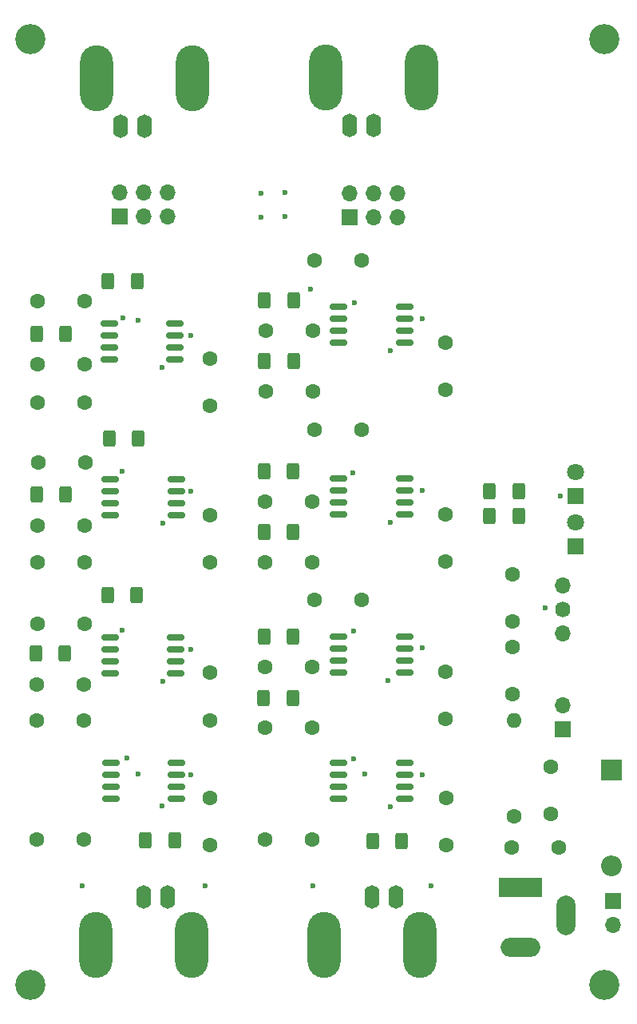
<source format=gts>
G04 #@! TF.GenerationSoftware,KiCad,Pcbnew,8.0.3*
G04 #@! TF.CreationDate,2025-08-16T11:06:09+02:00*
G04 #@! TF.ProjectId,Pomiar_Filtrow_PCB,506f6d69-6172-45f4-9669-6c74726f775f,rev?*
G04 #@! TF.SameCoordinates,Original*
G04 #@! TF.FileFunction,Soldermask,Top*
G04 #@! TF.FilePolarity,Negative*
%FSLAX46Y46*%
G04 Gerber Fmt 4.6, Leading zero omitted, Abs format (unit mm)*
G04 Created by KiCad (PCBNEW 8.0.3) date 2025-08-16 11:06:09*
%MOMM*%
%LPD*%
G01*
G04 APERTURE LIST*
G04 Aperture macros list*
%AMRoundRect*
0 Rectangle with rounded corners*
0 $1 Rounding radius*
0 $2 $3 $4 $5 $6 $7 $8 $9 X,Y pos of 4 corners*
0 Add a 4 corners polygon primitive as box body*
4,1,4,$2,$3,$4,$5,$6,$7,$8,$9,$2,$3,0*
0 Add four circle primitives for the rounded corners*
1,1,$1+$1,$2,$3*
1,1,$1+$1,$4,$5*
1,1,$1+$1,$6,$7*
1,1,$1+$1,$8,$9*
0 Add four rect primitives between the rounded corners*
20,1,$1+$1,$2,$3,$4,$5,0*
20,1,$1+$1,$4,$5,$6,$7,0*
20,1,$1+$1,$6,$7,$8,$9,0*
20,1,$1+$1,$8,$9,$2,$3,0*%
G04 Aperture macros list end*
%ADD10R,2.200000X2.200000*%
%ADD11O,2.200000X2.200000*%
%ADD12RoundRect,0.150000X-0.800000X-0.150000X0.800000X-0.150000X0.800000X0.150000X-0.800000X0.150000X0*%
%ADD13C,1.600000*%
%ADD14O,1.600000X1.600000*%
%ADD15RoundRect,0.250000X-0.400000X-0.625000X0.400000X-0.625000X0.400000X0.625000X-0.400000X0.625000X0*%
%ADD16RoundRect,0.250000X0.400000X0.625000X-0.400000X0.625000X-0.400000X-0.625000X0.400000X-0.625000X0*%
%ADD17R,1.700000X1.700000*%
%ADD18O,1.700000X1.700000*%
%ADD19O,1.600000X2.500000*%
%ADD20O,3.500000X7.000000*%
%ADD21C,3.200000*%
%ADD22R,1.800000X1.800000*%
%ADD23C,1.800000*%
%ADD24O,1.600000X1.700000*%
%ADD25R,4.600000X2.000000*%
%ADD26O,4.200000X2.000000*%
%ADD27O,2.000000X4.200000*%
%ADD28C,0.600000*%
G04 APERTURE END LIST*
D10*
X152450000Y-138075000D03*
D11*
X152450000Y-148235000D03*
D12*
X99255000Y-123975000D03*
X99255000Y-125245000D03*
X99255000Y-126515000D03*
X99255000Y-127785000D03*
X106255000Y-127785000D03*
X106255000Y-126515000D03*
X106255000Y-125245000D03*
X106255000Y-123975000D03*
X123475000Y-123895000D03*
X123475000Y-125165000D03*
X123475000Y-126435000D03*
X123475000Y-127705000D03*
X130475000Y-127705000D03*
X130475000Y-126435000D03*
X130475000Y-125165000D03*
X130475000Y-123895000D03*
D13*
X134875000Y-132650000D03*
X134875000Y-127650000D03*
X142150000Y-143005000D03*
D14*
X142150000Y-132845000D03*
D15*
X139500000Y-111100000D03*
X142600000Y-111100000D03*
D13*
X141925000Y-117300000D03*
X141925000Y-122300000D03*
D15*
X127100000Y-145600000D03*
X130200000Y-145600000D03*
X115555000Y-130410000D03*
X118655000Y-130410000D03*
X91380000Y-125730000D03*
X94480000Y-125730000D03*
D13*
X134850000Y-97750000D03*
X134850000Y-92750000D03*
X115750000Y-97950000D03*
X120750000Y-97950000D03*
D16*
X102275000Y-102925000D03*
X99175000Y-102925000D03*
X102150000Y-86218885D03*
X99050000Y-86218885D03*
D13*
X141975000Y-125025000D03*
X141975000Y-130025000D03*
D15*
X103000000Y-145525000D03*
X106100000Y-145525000D03*
D17*
X100325000Y-79375000D03*
D18*
X100325000Y-76835000D03*
X102865000Y-79375000D03*
X102865000Y-76835000D03*
X105405000Y-79375000D03*
X105405000Y-76835000D03*
D13*
X125925000Y-84025000D03*
X120925000Y-84025000D03*
D16*
X102100000Y-119525000D03*
X99000000Y-119525000D03*
D19*
X127050000Y-151500000D03*
D20*
X132130000Y-156580000D03*
D19*
X129590000Y-151500000D03*
D20*
X121970000Y-156580000D03*
D17*
X152650000Y-151925000D03*
D18*
X152650000Y-154465000D03*
D13*
X91530000Y-122580000D03*
X96530000Y-122580000D03*
D15*
X115605000Y-123885000D03*
X118705000Y-123885000D03*
D13*
X120725000Y-109600000D03*
X115725000Y-109600000D03*
X146025000Y-142750000D03*
X146025000Y-137750000D03*
D21*
X90800000Y-160800000D03*
D13*
X109875000Y-146000000D03*
X109875000Y-141000000D03*
X96575000Y-95093885D03*
X91575000Y-95093885D03*
D21*
X151700000Y-60575000D03*
D19*
X127175000Y-69775000D03*
D20*
X122095000Y-64695000D03*
D19*
X124635000Y-69775000D03*
D20*
X132255000Y-64695000D03*
D13*
X125950000Y-102000000D03*
X120950000Y-102000000D03*
X109875000Y-116025000D03*
X109875000Y-111025000D03*
D15*
X139500000Y-108550000D03*
X142600000Y-108550000D03*
D13*
X91625000Y-105495000D03*
X96625000Y-105495000D03*
X109875000Y-99468885D03*
X109875000Y-94468885D03*
X120730000Y-127160000D03*
X115730000Y-127160000D03*
D22*
X148625000Y-114325000D03*
D23*
X148625000Y-111785000D03*
D12*
X99325000Y-137270000D03*
X99325000Y-138540000D03*
X99325000Y-139810000D03*
X99325000Y-141080000D03*
X106325000Y-141080000D03*
X106325000Y-139810000D03*
X106325000Y-138540000D03*
X106325000Y-137270000D03*
D13*
X115662500Y-145450000D03*
X120662500Y-145450000D03*
X134900000Y-146050000D03*
X134900000Y-141050000D03*
D21*
X151700000Y-160800000D03*
D12*
X123525000Y-137270000D03*
X123525000Y-138540000D03*
X123525000Y-139810000D03*
X123525000Y-141080000D03*
X130525000Y-141080000D03*
X130525000Y-139810000D03*
X130525000Y-138540000D03*
X130525000Y-137270000D03*
D15*
X91475000Y-108820000D03*
X94575000Y-108820000D03*
D12*
X99150000Y-90735000D03*
X99150000Y-92005000D03*
X99150000Y-93275000D03*
X99150000Y-94545000D03*
X106150000Y-94545000D03*
X106150000Y-93275000D03*
X106150000Y-92005000D03*
X106150000Y-90735000D03*
D13*
X91575000Y-88368885D03*
X96575000Y-88368885D03*
D19*
X102850000Y-151525000D03*
D20*
X107930000Y-156605000D03*
D19*
X105390000Y-151525000D03*
D20*
X97770000Y-156605000D03*
D13*
X134800000Y-115975000D03*
X134800000Y-110975000D03*
X146875000Y-146275000D03*
X141875000Y-146275000D03*
X91505000Y-132855000D03*
X96505000Y-132855000D03*
D17*
X124650000Y-79450000D03*
D18*
X124650000Y-76910000D03*
X127190000Y-79450000D03*
X127190000Y-76910000D03*
X129730000Y-79450000D03*
X129730000Y-76910000D03*
D13*
X120800000Y-91525000D03*
X115800000Y-91525000D03*
D15*
X91450000Y-91818885D03*
X94550000Y-91818885D03*
D12*
X123525000Y-88945000D03*
X123525000Y-90215000D03*
X123525000Y-91485000D03*
X123525000Y-92755000D03*
X130525000Y-92755000D03*
X130525000Y-91485000D03*
X130525000Y-90215000D03*
X130525000Y-88945000D03*
D13*
X115725000Y-116025000D03*
X120725000Y-116025000D03*
X109875000Y-132775000D03*
X109875000Y-127775000D03*
D15*
X115650000Y-94750000D03*
X118750000Y-94750000D03*
D19*
X102900000Y-69800000D03*
D20*
X97820000Y-64720000D03*
D19*
X100360000Y-69800000D03*
D20*
X107980000Y-64720000D03*
D21*
X90800000Y-60600000D03*
D15*
X115625000Y-88275000D03*
X118725000Y-88275000D03*
D13*
X96505000Y-129030000D03*
X91505000Y-129030000D03*
X91500000Y-145450000D03*
X96500000Y-145450000D03*
D17*
X147242500Y-133772500D03*
D18*
X147242500Y-131232500D03*
X147242500Y-123612500D03*
D24*
X147242500Y-121072500D03*
D18*
X147242500Y-118532500D03*
D12*
X99300000Y-107240000D03*
X99300000Y-108510000D03*
X99300000Y-109780000D03*
X99300000Y-111050000D03*
X106300000Y-111050000D03*
X106300000Y-109780000D03*
X106300000Y-108510000D03*
X106300000Y-107240000D03*
D13*
X91587500Y-116057500D03*
X96587500Y-116057500D03*
X96600000Y-112120000D03*
X91600000Y-112120000D03*
D25*
X142825000Y-150550000D03*
D26*
X142825000Y-156850000D03*
D27*
X147625000Y-153450000D03*
D13*
X125930000Y-120010000D03*
X120930000Y-120010000D03*
X115705000Y-133560000D03*
X120705000Y-133560000D03*
X91575000Y-99118885D03*
X96575000Y-99118885D03*
D15*
X115575000Y-112850000D03*
X118675000Y-112850000D03*
D12*
X123475000Y-107195000D03*
X123475000Y-108465000D03*
X123475000Y-109735000D03*
X123475000Y-111005000D03*
X130475000Y-111005000D03*
X130475000Y-109735000D03*
X130475000Y-108465000D03*
X130475000Y-107195000D03*
D22*
X148650000Y-109050000D03*
D23*
X148650000Y-106510000D03*
D15*
X115575000Y-106400000D03*
X118675000Y-106400000D03*
D28*
X145400000Y-120850000D03*
X109325000Y-150375000D03*
X96275000Y-150300000D03*
X133325000Y-150350000D03*
X120750000Y-150300000D03*
X117850000Y-76875000D03*
X115250000Y-76900000D03*
X117850000Y-79425000D03*
X115250000Y-79450000D03*
X107825000Y-92000000D03*
X107800000Y-125275000D03*
X132375000Y-90250000D03*
X132375000Y-108425000D03*
X107800000Y-138550000D03*
X132375000Y-125125000D03*
X132400000Y-138575000D03*
X107825000Y-108525000D03*
X104900000Y-128625000D03*
X100525000Y-106425000D03*
X104825000Y-111875000D03*
X147000000Y-109025000D03*
X129025000Y-93650000D03*
X101050000Y-136750000D03*
X129000000Y-111825000D03*
X125075000Y-123300000D03*
X128700000Y-128550000D03*
X104775000Y-141900000D03*
X125075000Y-136875000D03*
X125200000Y-88550000D03*
X100575000Y-123225000D03*
X128975000Y-141925000D03*
X125000000Y-106575000D03*
X100650000Y-90125000D03*
X104750000Y-95400000D03*
X99100000Y-94525000D03*
X99050000Y-111050000D03*
X99100000Y-127800000D03*
X123162500Y-92662500D03*
X123150000Y-127700000D03*
X123150000Y-111025000D03*
X99075000Y-141075000D03*
X123150000Y-141075000D03*
X126250000Y-138525000D03*
X130525000Y-91485000D03*
X118675000Y-106400000D03*
X120500000Y-87075000D03*
X118705000Y-123885000D03*
X102250000Y-90375000D03*
X102225000Y-119500000D03*
X102225000Y-138450000D03*
X102375000Y-102820000D03*
M02*

</source>
